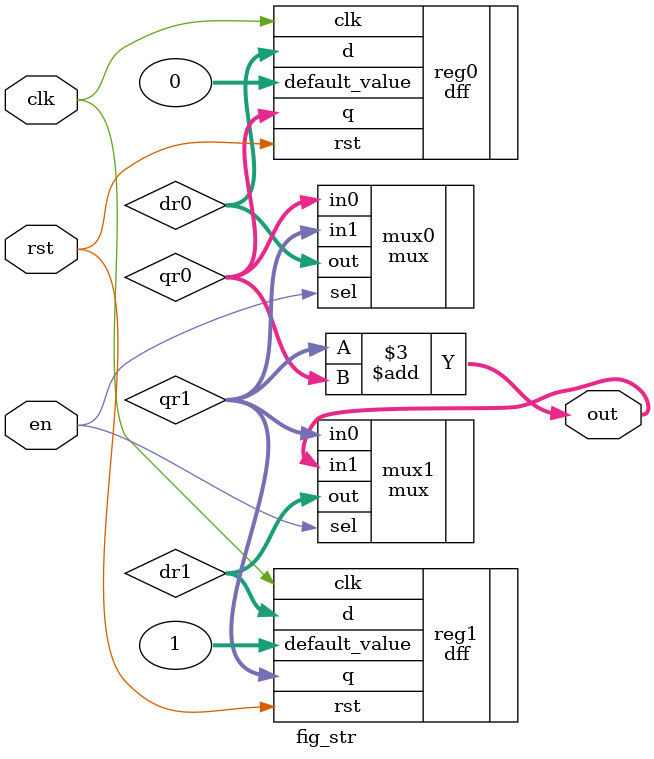
<source format=v>
`timescale 1ns / 1ps

/*
    Alex Gonzalez
    Jorge Aguilar
    Jorge Sanchez
    Kenneth Esquivel
    Musa Datti
    Nolan Santellanes
    Ryan Heng
    Rodrigo Becerril Ferreyra
*/

module fig_str(
    input en, input clk, input rst,
    output [15:0] out
);

// registers
wire [15:0] dr1, dr0;
wire [15:0] qr1, qr0;
dff reg1(.d(dr1), .q(qr1), .clk(clk), .rst(rst), .default_value(1));
dff reg0(.d(dr0), .q(qr0), .clk(clk), .rst(rst), .default_value(0));

// muxes
mux mux1(.in0(qr1), .in1(out), .sel(en), .out(dr1));
mux mux0(.in0(qr0), .in1(qr1), .sel(en), .out(dr0));

// summing
assign out = qr1 + qr0;

endmodule

</source>
